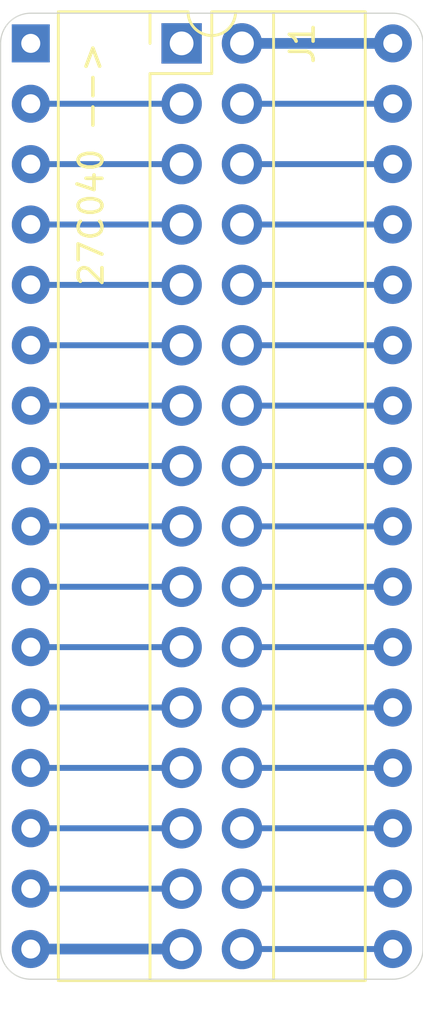
<source format=kicad_pcb>
(kicad_pcb (version 20171130) (host pcbnew 5.1.8-1.fc33)

  (general
    (thickness 1.6)
    (drawings 8)
    (tracks 31)
    (zones 0)
    (modules 2)
    (nets 32)
  )

  (page A4)
  (layers
    (0 F.Cu signal)
    (31 B.Cu signal)
    (32 B.Adhes user)
    (33 F.Adhes user)
    (34 B.Paste user)
    (35 F.Paste user)
    (36 B.SilkS user)
    (37 F.SilkS user)
    (38 B.Mask user)
    (39 F.Mask user)
    (40 Dwgs.User user)
    (41 Cmts.User user)
    (42 Eco1.User user)
    (43 Eco2.User user)
    (44 Edge.Cuts user)
    (45 Margin user)
    (46 B.CrtYd user)
    (47 F.CrtYd user)
    (48 B.Fab user)
    (49 F.Fab user)
  )

  (setup
    (last_trace_width 0.25)
    (trace_clearance 0.2)
    (zone_clearance 0.508)
    (zone_45_only no)
    (trace_min 0.2)
    (via_size 0.8)
    (via_drill 0.4)
    (via_min_size 0.4)
    (via_min_drill 0.3)
    (uvia_size 0.3)
    (uvia_drill 0.1)
    (uvias_allowed no)
    (uvia_min_size 0.2)
    (uvia_min_drill 0.1)
    (edge_width 0.05)
    (segment_width 0.2)
    (pcb_text_width 0.3)
    (pcb_text_size 1.5 1.5)
    (mod_edge_width 0.12)
    (mod_text_size 1 1)
    (mod_text_width 0.15)
    (pad_size 1.524 1.524)
    (pad_drill 0.762)
    (pad_to_mask_clearance 0)
    (aux_axis_origin 0 0)
    (visible_elements FFFFFF7F)
    (pcbplotparams
      (layerselection 0x010fc_ffffffff)
      (usegerberextensions false)
      (usegerberattributes true)
      (usegerberadvancedattributes true)
      (creategerberjobfile true)
      (excludeedgelayer true)
      (linewidth 0.100000)
      (plotframeref false)
      (viasonmask false)
      (mode 1)
      (useauxorigin false)
      (hpglpennumber 1)
      (hpglpenspeed 20)
      (hpglpendiameter 15.000000)
      (psnegative false)
      (psa4output false)
      (plotreference true)
      (plotvalue true)
      (plotinvisibletext false)
      (padsonsilk false)
      (subtractmaskfromsilk false)
      (outputformat 1)
      (mirror false)
      (drillshape 1)
      (scaleselection 1)
      (outputdirectory ""))
  )

  (net 0 "")
  (net 1 /D3)
  (net 2 GND)
  (net 3 /D4)
  (net 4 /D2)
  (net 5 /D5)
  (net 6 /D1)
  (net 7 /D6)
  (net 8 /D0)
  (net 9 /D7)
  (net 10 /A0)
  (net 11 /~CE)
  (net 12 /A1)
  (net 13 /A10)
  (net 14 /A2)
  (net 15 /~OE)
  (net 16 /A3)
  (net 17 /A11)
  (net 18 /A4)
  (net 19 /A9)
  (net 20 /A5)
  (net 21 /A8)
  (net 22 /A6)
  (net 23 /A7)
  (net 24 /VCC_EXT)
  (net 25 /A13)
  (net 26 /A14)
  (net 27 /A12)
  (net 28 /A17)
  (net 29 /A15)
  (net 30 /A18)
  (net 31 /A16)

  (net_class Default "This is the default net class."
    (clearance 0.2)
    (trace_width 0.25)
    (via_dia 0.8)
    (via_drill 0.4)
    (uvia_dia 0.3)
    (uvia_drill 0.1)
    (add_net /A0)
    (add_net /A1)
    (add_net /A10)
    (add_net /A11)
    (add_net /A12)
    (add_net /A13)
    (add_net /A14)
    (add_net /A15)
    (add_net /A16)
    (add_net /A17)
    (add_net /A18)
    (add_net /A2)
    (add_net /A3)
    (add_net /A4)
    (add_net /A5)
    (add_net /A6)
    (add_net /A7)
    (add_net /A8)
    (add_net /A9)
    (add_net /D0)
    (add_net /D1)
    (add_net /D2)
    (add_net /D3)
    (add_net /D4)
    (add_net /D5)
    (add_net /D6)
    (add_net /D7)
    (add_net /~CE)
    (add_net /~OE)
    (add_net "Net-(J1-Pad1)")
    (add_net "Net-(U1-Pad1)")
  )

  (net_class POWER ""
    (clearance 0.2)
    (trace_width 0.45)
    (via_dia 0.8)
    (via_drill 0.4)
    (uvia_dia 0.3)
    (uvia_drill 0.1)
    (add_net /VCC_EXT)
    (add_net GND)
  )

  (module Package_DIP:DIP-32_W15.24mm (layer F.Cu) (tedit 5A02E8C5) (tstamp 5FB9569D)
    (at 119.38 68.58)
    (descr "32-lead though-hole mounted DIP package, row spacing 15.24 mm (600 mils)")
    (tags "THT DIP DIL PDIP 2.54mm 15.24mm 600mil")
    (path /5FC54110)
    (fp_text reference "27C040 -->" (at 2.54 5.08 90) (layer F.SilkS)
      (effects (font (size 1 1) (thickness 0.15)))
    )
    (fp_text value 27C040 (at 7.62 40.43) (layer F.Fab)
      (effects (font (size 1 1) (thickness 0.15)))
    )
    (fp_text user %R (at 7.62 19.05) (layer F.Fab)
      (effects (font (size 1 1) (thickness 0.15)))
    )
    (fp_arc (start 7.62 -1.33) (end 6.62 -1.33) (angle -180) (layer F.SilkS) (width 0.12))
    (fp_line (start 1.255 -1.27) (end 14.985 -1.27) (layer F.Fab) (width 0.1))
    (fp_line (start 14.985 -1.27) (end 14.985 39.37) (layer F.Fab) (width 0.1))
    (fp_line (start 14.985 39.37) (end 0.255 39.37) (layer F.Fab) (width 0.1))
    (fp_line (start 0.255 39.37) (end 0.255 -0.27) (layer F.Fab) (width 0.1))
    (fp_line (start 0.255 -0.27) (end 1.255 -1.27) (layer F.Fab) (width 0.1))
    (fp_line (start 6.62 -1.33) (end 1.16 -1.33) (layer F.SilkS) (width 0.12))
    (fp_line (start 1.16 -1.33) (end 1.16 39.43) (layer F.SilkS) (width 0.12))
    (fp_line (start 1.16 39.43) (end 14.08 39.43) (layer F.SilkS) (width 0.12))
    (fp_line (start 14.08 39.43) (end 14.08 -1.33) (layer F.SilkS) (width 0.12))
    (fp_line (start 14.08 -1.33) (end 8.62 -1.33) (layer F.SilkS) (width 0.12))
    (fp_line (start -1.05 -1.55) (end -1.05 39.65) (layer F.CrtYd) (width 0.05))
    (fp_line (start -1.05 39.65) (end 16.3 39.65) (layer F.CrtYd) (width 0.05))
    (fp_line (start 16.3 39.65) (end 16.3 -1.55) (layer F.CrtYd) (width 0.05))
    (fp_line (start 16.3 -1.55) (end -1.05 -1.55) (layer F.CrtYd) (width 0.05))
    (pad 32 thru_hole oval (at 15.24 0) (size 1.6 1.6) (drill 0.8) (layers *.Cu *.Mask)
      (net 24 /VCC_EXT))
    (pad 16 thru_hole oval (at 0 38.1) (size 1.6 1.6) (drill 0.8) (layers *.Cu *.Mask)
      (net 2 GND))
    (pad 31 thru_hole oval (at 15.24 2.54) (size 1.6 1.6) (drill 0.8) (layers *.Cu *.Mask)
      (net 30 /A18))
    (pad 15 thru_hole oval (at 0 35.56) (size 1.6 1.6) (drill 0.8) (layers *.Cu *.Mask)
      (net 4 /D2))
    (pad 30 thru_hole oval (at 15.24 5.08) (size 1.6 1.6) (drill 0.8) (layers *.Cu *.Mask)
      (net 28 /A17))
    (pad 14 thru_hole oval (at 0 33.02) (size 1.6 1.6) (drill 0.8) (layers *.Cu *.Mask)
      (net 6 /D1))
    (pad 29 thru_hole oval (at 15.24 7.62) (size 1.6 1.6) (drill 0.8) (layers *.Cu *.Mask)
      (net 26 /A14))
    (pad 13 thru_hole oval (at 0 30.48) (size 1.6 1.6) (drill 0.8) (layers *.Cu *.Mask)
      (net 8 /D0))
    (pad 28 thru_hole oval (at 15.24 10.16) (size 1.6 1.6) (drill 0.8) (layers *.Cu *.Mask)
      (net 25 /A13))
    (pad 12 thru_hole oval (at 0 27.94) (size 1.6 1.6) (drill 0.8) (layers *.Cu *.Mask)
      (net 10 /A0))
    (pad 27 thru_hole oval (at 15.24 12.7) (size 1.6 1.6) (drill 0.8) (layers *.Cu *.Mask)
      (net 21 /A8))
    (pad 11 thru_hole oval (at 0 25.4) (size 1.6 1.6) (drill 0.8) (layers *.Cu *.Mask)
      (net 12 /A1))
    (pad 26 thru_hole oval (at 15.24 15.24) (size 1.6 1.6) (drill 0.8) (layers *.Cu *.Mask)
      (net 19 /A9))
    (pad 10 thru_hole oval (at 0 22.86) (size 1.6 1.6) (drill 0.8) (layers *.Cu *.Mask)
      (net 14 /A2))
    (pad 25 thru_hole oval (at 15.24 17.78) (size 1.6 1.6) (drill 0.8) (layers *.Cu *.Mask)
      (net 17 /A11))
    (pad 9 thru_hole oval (at 0 20.32) (size 1.6 1.6) (drill 0.8) (layers *.Cu *.Mask)
      (net 16 /A3))
    (pad 24 thru_hole oval (at 15.24 20.32) (size 1.6 1.6) (drill 0.8) (layers *.Cu *.Mask)
      (net 15 /~OE))
    (pad 8 thru_hole oval (at 0 17.78) (size 1.6 1.6) (drill 0.8) (layers *.Cu *.Mask)
      (net 18 /A4))
    (pad 23 thru_hole oval (at 15.24 22.86) (size 1.6 1.6) (drill 0.8) (layers *.Cu *.Mask)
      (net 13 /A10))
    (pad 7 thru_hole oval (at 0 15.24) (size 1.6 1.6) (drill 0.8) (layers *.Cu *.Mask)
      (net 20 /A5))
    (pad 22 thru_hole oval (at 15.24 25.4) (size 1.6 1.6) (drill 0.8) (layers *.Cu *.Mask)
      (net 11 /~CE))
    (pad 6 thru_hole oval (at 0 12.7) (size 1.6 1.6) (drill 0.8) (layers *.Cu *.Mask)
      (net 22 /A6))
    (pad 21 thru_hole oval (at 15.24 27.94) (size 1.6 1.6) (drill 0.8) (layers *.Cu *.Mask)
      (net 9 /D7))
    (pad 5 thru_hole oval (at 0 10.16) (size 1.6 1.6) (drill 0.8) (layers *.Cu *.Mask)
      (net 23 /A7))
    (pad 20 thru_hole oval (at 15.24 30.48) (size 1.6 1.6) (drill 0.8) (layers *.Cu *.Mask)
      (net 7 /D6))
    (pad 4 thru_hole oval (at 0 7.62) (size 1.6 1.6) (drill 0.8) (layers *.Cu *.Mask)
      (net 27 /A12))
    (pad 19 thru_hole oval (at 15.24 33.02) (size 1.6 1.6) (drill 0.8) (layers *.Cu *.Mask)
      (net 5 /D5))
    (pad 3 thru_hole oval (at 0 5.08) (size 1.6 1.6) (drill 0.8) (layers *.Cu *.Mask)
      (net 29 /A15))
    (pad 18 thru_hole oval (at 15.24 35.56) (size 1.6 1.6) (drill 0.8) (layers *.Cu *.Mask)
      (net 3 /D4))
    (pad 2 thru_hole oval (at 0 2.54) (size 1.6 1.6) (drill 0.8) (layers *.Cu *.Mask)
      (net 31 /A16))
    (pad 17 thru_hole oval (at 15.24 38.1) (size 1.6 1.6) (drill 0.8) (layers *.Cu *.Mask)
      (net 1 /D3))
    (pad 1 thru_hole rect (at 0 0) (size 1.6 1.6) (drill 0.8) (layers *.Cu *.Mask))
    (model ${KISYS3DMOD}/Package_DIP.3dshapes/DIP-32_W15.24mm.wrl
      (at (xyz 0 0 0))
      (scale (xyz 1 1 1))
      (rotate (xyz 0 0 0))
    )
  )

  (module Connector_PinHeader_2.54mm:PinHeader_2x16_P2.54mm_Vertical (layer F.Cu) (tedit 59FED5CC) (tstamp 5FB95669)
    (at 125.73 68.58)
    (descr "Through hole straight pin header, 2x16, 2.54mm pitch, double rows")
    (tags "Through hole pin header THT 2x16 2.54mm double row")
    (path /5FB988BB)
    (fp_text reference J1 (at 5.08 0 -90) (layer F.SilkS)
      (effects (font (size 1 1) (thickness 0.15)))
    )
    (fp_text value Adapter (at 1.27 40.43) (layer F.Fab)
      (effects (font (size 1 1) (thickness 0.15)))
    )
    (fp_text user %R (at 1.27 19.05 90) (layer F.Fab)
      (effects (font (size 1 1) (thickness 0.15)))
    )
    (fp_line (start 0 -1.27) (end 3.81 -1.27) (layer F.Fab) (width 0.1))
    (fp_line (start 3.81 -1.27) (end 3.81 39.37) (layer F.Fab) (width 0.1))
    (fp_line (start 3.81 39.37) (end -1.27 39.37) (layer F.Fab) (width 0.1))
    (fp_line (start -1.27 39.37) (end -1.27 0) (layer F.Fab) (width 0.1))
    (fp_line (start -1.27 0) (end 0 -1.27) (layer F.Fab) (width 0.1))
    (fp_line (start -1.33 39.43) (end 3.87 39.43) (layer F.SilkS) (width 0.12))
    (fp_line (start -1.33 1.27) (end -1.33 39.43) (layer F.SilkS) (width 0.12))
    (fp_line (start 3.87 -1.33) (end 3.87 39.43) (layer F.SilkS) (width 0.12))
    (fp_line (start -1.33 1.27) (end 1.27 1.27) (layer F.SilkS) (width 0.12))
    (fp_line (start 1.27 1.27) (end 1.27 -1.33) (layer F.SilkS) (width 0.12))
    (fp_line (start 1.27 -1.33) (end 3.87 -1.33) (layer F.SilkS) (width 0.12))
    (fp_line (start -1.33 0) (end -1.33 -1.33) (layer F.SilkS) (width 0.12))
    (fp_line (start -1.33 -1.33) (end 0 -1.33) (layer F.SilkS) (width 0.12))
    (fp_line (start -1.8 -1.8) (end -1.8 39.9) (layer F.CrtYd) (width 0.05))
    (fp_line (start -1.8 39.9) (end 4.35 39.9) (layer F.CrtYd) (width 0.05))
    (fp_line (start 4.35 39.9) (end 4.35 -1.8) (layer F.CrtYd) (width 0.05))
    (fp_line (start 4.35 -1.8) (end -1.8 -1.8) (layer F.CrtYd) (width 0.05))
    (pad 32 thru_hole oval (at 2.54 38.1) (size 1.7 1.7) (drill 1) (layers *.Cu *.Mask)
      (net 1 /D3))
    (pad 31 thru_hole oval (at 0 38.1) (size 1.7 1.7) (drill 1) (layers *.Cu *.Mask)
      (net 2 GND))
    (pad 30 thru_hole oval (at 2.54 35.56) (size 1.7 1.7) (drill 1) (layers *.Cu *.Mask)
      (net 3 /D4))
    (pad 29 thru_hole oval (at 0 35.56) (size 1.7 1.7) (drill 1) (layers *.Cu *.Mask)
      (net 4 /D2))
    (pad 28 thru_hole oval (at 2.54 33.02) (size 1.7 1.7) (drill 1) (layers *.Cu *.Mask)
      (net 5 /D5))
    (pad 27 thru_hole oval (at 0 33.02) (size 1.7 1.7) (drill 1) (layers *.Cu *.Mask)
      (net 6 /D1))
    (pad 26 thru_hole oval (at 2.54 30.48) (size 1.7 1.7) (drill 1) (layers *.Cu *.Mask)
      (net 7 /D6))
    (pad 25 thru_hole oval (at 0 30.48) (size 1.7 1.7) (drill 1) (layers *.Cu *.Mask)
      (net 8 /D0))
    (pad 24 thru_hole oval (at 2.54 27.94) (size 1.7 1.7) (drill 1) (layers *.Cu *.Mask)
      (net 9 /D7))
    (pad 23 thru_hole oval (at 0 27.94) (size 1.7 1.7) (drill 1) (layers *.Cu *.Mask)
      (net 10 /A0))
    (pad 22 thru_hole oval (at 2.54 25.4) (size 1.7 1.7) (drill 1) (layers *.Cu *.Mask)
      (net 11 /~CE))
    (pad 21 thru_hole oval (at 0 25.4) (size 1.7 1.7) (drill 1) (layers *.Cu *.Mask)
      (net 12 /A1))
    (pad 20 thru_hole oval (at 2.54 22.86) (size 1.7 1.7) (drill 1) (layers *.Cu *.Mask)
      (net 13 /A10))
    (pad 19 thru_hole oval (at 0 22.86) (size 1.7 1.7) (drill 1) (layers *.Cu *.Mask)
      (net 14 /A2))
    (pad 18 thru_hole oval (at 2.54 20.32) (size 1.7 1.7) (drill 1) (layers *.Cu *.Mask)
      (net 15 /~OE))
    (pad 17 thru_hole oval (at 0 20.32) (size 1.7 1.7) (drill 1) (layers *.Cu *.Mask)
      (net 16 /A3))
    (pad 16 thru_hole oval (at 2.54 17.78) (size 1.7 1.7) (drill 1) (layers *.Cu *.Mask)
      (net 17 /A11))
    (pad 15 thru_hole oval (at 0 17.78) (size 1.7 1.7) (drill 1) (layers *.Cu *.Mask)
      (net 18 /A4))
    (pad 14 thru_hole oval (at 2.54 15.24) (size 1.7 1.7) (drill 1) (layers *.Cu *.Mask)
      (net 19 /A9))
    (pad 13 thru_hole oval (at 0 15.24) (size 1.7 1.7) (drill 1) (layers *.Cu *.Mask)
      (net 20 /A5))
    (pad 12 thru_hole oval (at 2.54 12.7) (size 1.7 1.7) (drill 1) (layers *.Cu *.Mask)
      (net 21 /A8))
    (pad 11 thru_hole oval (at 0 12.7) (size 1.7 1.7) (drill 1) (layers *.Cu *.Mask)
      (net 22 /A6))
    (pad 10 thru_hole oval (at 2.54 10.16) (size 1.7 1.7) (drill 1) (layers *.Cu *.Mask)
      (net 25 /A13))
    (pad 9 thru_hole oval (at 0 10.16) (size 1.7 1.7) (drill 1) (layers *.Cu *.Mask)
      (net 23 /A7))
    (pad 8 thru_hole oval (at 2.54 7.62) (size 1.7 1.7) (drill 1) (layers *.Cu *.Mask)
      (net 26 /A14))
    (pad 7 thru_hole oval (at 0 7.62) (size 1.7 1.7) (drill 1) (layers *.Cu *.Mask)
      (net 27 /A12))
    (pad 6 thru_hole oval (at 2.54 5.08) (size 1.7 1.7) (drill 1) (layers *.Cu *.Mask)
      (net 28 /A17))
    (pad 5 thru_hole oval (at 0 5.08) (size 1.7 1.7) (drill 1) (layers *.Cu *.Mask)
      (net 29 /A15))
    (pad 4 thru_hole oval (at 2.54 2.54) (size 1.7 1.7) (drill 1) (layers *.Cu *.Mask)
      (net 30 /A18))
    (pad 3 thru_hole oval (at 0 2.54) (size 1.7 1.7) (drill 1) (layers *.Cu *.Mask)
      (net 31 /A16))
    (pad 2 thru_hole oval (at 2.54 0) (size 1.7 1.7) (drill 1) (layers *.Cu *.Mask)
      (net 24 /VCC_EXT))
    (pad 1 thru_hole rect (at 0 0) (size 1.7 1.7) (drill 1) (layers *.Cu *.Mask))
    (model ${KISYS3DMOD}/Connector_PinHeader_2.54mm.3dshapes/PinHeader_2x16_P2.54mm_Vertical.wrl
      (at (xyz 0 0 0))
      (scale (xyz 1 1 1))
      (rotate (xyz 0 0 0))
    )
  )

  (gr_line (start 119.38 67.31) (end 134.62 67.31) (layer Edge.Cuts) (width 0.05) (tstamp 5FB957C5))
  (gr_line (start 119.38 107.95) (end 134.62 107.95) (layer Edge.Cuts) (width 0.05) (tstamp 5FB63A42))
  (gr_line (start 118.11 68.58) (end 118.11 106.68) (layer Edge.Cuts) (width 0.05) (tstamp 5FB63A41))
  (gr_line (start 135.89 106.68) (end 135.89 68.58) (layer Edge.Cuts) (width 0.05) (tstamp 5FB63A3F))
  (gr_arc (start 134.62 106.68) (end 134.62 107.95) (angle -90) (layer Edge.Cuts) (width 0.05))
  (gr_arc (start 119.38 106.68) (end 118.11 106.68) (angle -90) (layer Edge.Cuts) (width 0.05))
  (gr_arc (start 134.62 68.58) (end 135.89 68.58) (angle -90) (layer Edge.Cuts) (width 0.05))
  (gr_arc (start 119.38 68.58) (end 119.38 67.31) (angle -90) (layer Edge.Cuts) (width 0.05))

  (segment (start 128.27 106.68) (end 134.62 106.68) (width 0.25) (layer B.Cu) (net 1))
  (segment (start 125.73 106.68) (end 119.38 106.68) (width 0.45) (layer B.Cu) (net 2))
  (segment (start 128.27 104.14) (end 134.62 104.14) (width 0.25) (layer B.Cu) (net 3))
  (segment (start 125.73 104.14) (end 119.38 104.14) (width 0.25) (layer B.Cu) (net 4))
  (segment (start 128.27 101.6) (end 134.62 101.6) (width 0.25) (layer B.Cu) (net 5))
  (segment (start 119.38 101.6) (end 125.73 101.6) (width 0.25) (layer B.Cu) (net 6))
  (segment (start 128.27 99.06) (end 134.62 99.06) (width 0.25) (layer B.Cu) (net 7))
  (segment (start 125.73 99.06) (end 119.38 99.06) (width 0.25) (layer B.Cu) (net 8))
  (segment (start 128.27 96.52) (end 134.62 96.52) (width 0.25) (layer B.Cu) (net 9))
  (segment (start 119.38 96.52) (end 125.73 96.52) (width 0.25) (layer B.Cu) (net 10))
  (segment (start 128.27 93.98) (end 134.62 93.98) (width 0.25) (layer B.Cu) (net 11))
  (segment (start 125.73 93.98) (end 119.38 93.98) (width 0.25) (layer B.Cu) (net 12))
  (segment (start 128.27 91.44) (end 134.62 91.44) (width 0.25) (layer B.Cu) (net 13))
  (segment (start 125.73 91.44) (end 119.38 91.44) (width 0.25) (layer B.Cu) (net 14))
  (segment (start 128.27 88.9) (end 134.62 88.9) (width 0.25) (layer B.Cu) (net 15))
  (segment (start 119.38 88.9) (end 125.73 88.9) (width 0.25) (layer B.Cu) (net 16))
  (segment (start 128.27 86.36) (end 134.62 86.36) (width 0.25) (layer B.Cu) (net 17))
  (segment (start 125.73 86.36) (end 119.38 86.36) (width 0.25) (layer B.Cu) (net 18))
  (segment (start 128.27 83.82) (end 134.62 83.82) (width 0.25) (layer B.Cu) (net 19))
  (segment (start 119.38 83.82) (end 125.73 83.82) (width 0.25) (layer B.Cu) (net 20))
  (segment (start 134.62 81.28) (end 128.27 81.28) (width 0.25) (layer B.Cu) (net 21))
  (segment (start 119.38 81.28) (end 125.73 81.28) (width 0.25) (layer B.Cu) (net 22))
  (segment (start 119.38 78.74) (end 125.73 78.74) (width 0.25) (layer B.Cu) (net 23))
  (segment (start 128.27 68.58) (end 134.62 68.58) (width 0.45) (layer B.Cu) (net 24))
  (segment (start 128.27 78.74) (end 134.62 78.74) (width 0.25) (layer B.Cu) (net 25))
  (segment (start 134.62 76.2) (end 128.27 76.2) (width 0.25) (layer B.Cu) (net 26))
  (segment (start 119.38 76.2) (end 125.73 76.2) (width 0.25) (layer B.Cu) (net 27))
  (segment (start 128.27 73.66) (end 134.62 73.66) (width 0.25) (layer B.Cu) (net 28))
  (segment (start 125.73 73.66) (end 119.38 73.66) (width 0.25) (layer B.Cu) (net 29))
  (segment (start 134.62 71.12) (end 128.27 71.12) (width 0.25) (layer B.Cu) (net 30))
  (segment (start 119.38 71.12) (end 125.73 71.12) (width 0.25) (layer B.Cu) (net 31))

  (zone (net 2) (net_name GND) (layer B.Cu) (tstamp 0) (hatch edge 0.508)
    (connect_pads (clearance 0.508))
    (min_thickness 0.254)
    (fill yes (arc_segments 32) (thermal_gap 0.508) (thermal_bridge_width 0.508))
    (polygon
      (pts
        (xy 134.62 106.68) (xy 119.38 106.68) (xy 119.38 68.58) (xy 134.62 68.58)
      )
    )
  )
  (zone (net 2) (net_name GND) (layer F.Cu) (tstamp 0) (hatch edge 0.508)
    (connect_pads (clearance 0.508))
    (min_thickness 0.254)
    (fill yes (arc_segments 32) (thermal_gap 0.508) (thermal_bridge_width 0.508))
    (polygon
      (pts
        (xy 134.62 106.68) (xy 119.38 106.68) (xy 119.38 68.58) (xy 134.62 68.58)
      )
    )
  )
)

</source>
